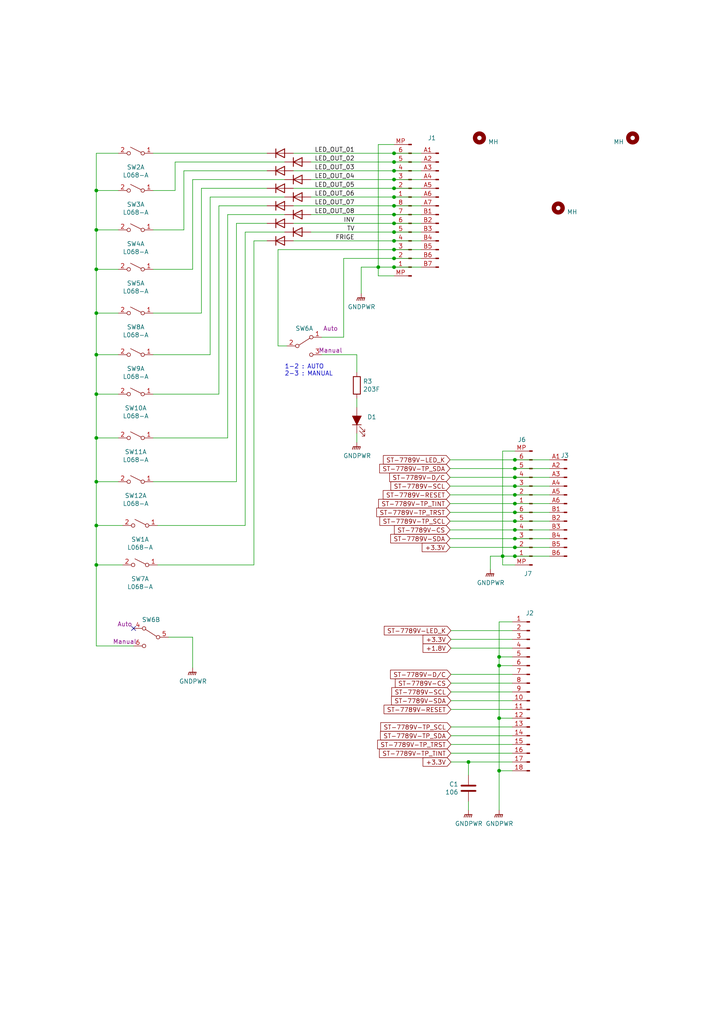
<source format=kicad_sch>
(kicad_sch (version 20231120) (generator "eeschema") (generator_version "8.0")
  (paper "A4" portrait)
  (title_block (title "CamTrol V3.6") (date "2021-12-15"))
  (lib_symbols
    (symbol "Conn_01x06_Pin_1" (pin_names (offset 1.016) hide)
      (property "Reference" "J7" (at 1.27 -12.7 0))
      (symbol "Conn_01x06_Pin_1_1_1"
        (rectangle (start 0 -10.033) (end 0.8636 -10.287) (stroke (width 0.1524)) (fill (type outline)))
        (rectangle (start 0 -7.493) (end 0.8636 -7.747) (stroke (width 0.1524)) (fill (type outline)))
        (polyline (pts (xy 1.27 -10.16) (xy 0.8636 -10.16)) (stroke (width 0.1524)))
        (polyline (pts (xy 1.27 -7.62) (xy 0.8636 -7.62)) (stroke (width 0.1524)))
        (polyline (pts (xy 1.27 -5.08) (xy 0.8636 -5.08)) (stroke (width 0.1524)))
        (polyline (pts (xy 1.27 -2.54) (xy 0.8636 -2.54)) (stroke (width 0.1524)))
        (polyline (pts (xy 1.27 0) (xy 0.8636 0)) (stroke (width 0.1524)))
        (polyline (pts (xy 1.27 2.54) (xy 0.8636 2.54)) (stroke (width 0.1524)))
        (polyline (pts (xy 1.27 5.08) (xy 0.8636 5.08)) (stroke (width 0.1524)))
        (rectangle (start 0.8636 -4.953) (end 0 -5.207) (stroke (width 0.1524)) (fill (type outline)))
        (rectangle (start 0.8636 -2.413) (end 0 -2.667) (stroke (width 0.1524)) (fill (type outline)))
        (rectangle (start 0.8636 0.127) (end 0 -0.127) (stroke (width 0.1524)) (fill (type outline)))
        (rectangle (start 0.8636 2.667) (end 0 2.413) (stroke (width 0.1524)) (fill (type outline)))
        (rectangle (start 0.8636 5.207) (end 0 4.953) (stroke (width 0.1524)) (fill (type outline)))
        (pin passive line (at 5.08 -7.62 180) (length 3.81) (name "Pin_6") (number "1"))
        (pin passive line (at 5.08 -5.08 180) (length 3.81) (name "Pin_5") (number "2"))
        (pin passive line (at 5.08 -2.54 180) (length 3.81) (name "Pin_4") (number "3"))
        (pin passive line (at 5.08 0 180) (length 3.81) (name "Pin_3") (number "4"))
        (pin passive line (at 5.08 2.54 180) (length 3.81) (name "Pin_2") (number "5"))
        (pin passive line (at 5.08 5.08 180) (length 3.81) (name "Pin_1") (number "6"))
        (pin passive line (at 5.08 -10.16 180) (length 3.81) (name "Pin_7") (number "MP"))
      )
    )
    (symbol "Conn_01x06_Pin_2" (pin_names (offset 1.016) hide)
      (symbol "Conn_01x06_Pin_2_1_1"
        (rectangle (start 0 -10.033) (end 0.8636 -10.287) (stroke (width 0.1524)) (fill (type outline)))
        (rectangle (start 0 -7.493) (end 0.8636 -7.747) (stroke (width 0.1524)) (fill (type outline)))
        (polyline (pts (xy 1.27 -10.16) (xy 0.8636 -10.16)) (stroke (width 0.1524)))
        (polyline (pts (xy 1.27 -7.62) (xy 0.8636 -7.62)) (stroke (width 0.1524)))
        (polyline (pts (xy 1.27 -5.08) (xy 0.8636 -5.08)) (stroke (width 0.1524)))
        (polyline (pts (xy 1.27 -2.54) (xy 0.8636 -2.54)) (stroke (width 0.1524)))
        (polyline (pts (xy 1.27 0) (xy 0.8636 0)) (stroke (width 0.1524)))
        (polyline (pts (xy 1.27 2.54) (xy 0.8636 2.54)) (stroke (width 0.1524)))
        (polyline (pts (xy 1.27 5.08) (xy 0.8636 5.08)) (stroke (width 0.1524)))
        (rectangle (start 0.8636 -4.953) (end 0 -5.207) (stroke (width 0.1524)) (fill (type outline)))
        (rectangle (start 0.8636 -2.413) (end 0 -2.667) (stroke (width 0.1524)) (fill (type outline)))
        (rectangle (start 0.8636 0.127) (end 0 -0.127) (stroke (width 0.1524)) (fill (type outline)))
        (rectangle (start 0.8636 2.667) (end 0 2.413) (stroke (width 0.1524)) (fill (type outline)))
        (rectangle (start 0.8636 5.207) (end 0 4.953) (stroke (width 0.1524)) (fill (type outline)))
        (pin passive line (at 5.08 -10.16 180) (length 3.81) (name "Pin_7") (number "1"))
        (pin passive line (at 5.08 -7.62 180) (length 3.81) (name "Pin_6") (number "2"))
        (pin passive line (at 5.08 -5.08 180) (length 3.81) (name "Pin_5") (number "3"))
        (pin passive line (at 5.08 -2.54 180) (length 3.81) (name "Pin_4") (number "4"))
        (pin passive line (at 5.08 0 180) (length 3.81) (name "Pin_3") (number "5"))
        (pin passive line (at 5.08 2.54 180) (length 3.81) (name "Pin_2") (number "6"))
        (pin passive line (at 5.08 5.08 180) (length 3.81) (name "Pin_1") (number "MP"))
      )
    )
    (symbol "Conn_01x06_Pin_3" (pin_names (offset 1.016) hide)
      (property "Reference" "J6" (at 3.048 8.382 0))
      (symbol "Conn_01x06_Pin_3_1_1"
        (rectangle (start 0 -10.033) (end 0.8636 -10.287) (stroke (width 0.1524)) (fill (type outline)))
        (rectangle (start 0 -7.493) (end 0.8636 -7.747) (stroke (width 0.1524)) (fill (type outline)))
        (polyline (pts (xy 1.27 -10.16) (xy 0.8636 -10.16)) (stroke (width 0.1524)))
        (polyline (pts (xy 1.27 -7.62) (xy 0.8636 -7.62)) (stroke (width 0.1524)))
        (polyline (pts (xy 1.27 -5.08) (xy 0.8636 -5.08)) (stroke (width 0.1524)))
        (polyline (pts (xy 1.27 -2.54) (xy 0.8636 -2.54)) (stroke (width 0.1524)))
        (polyline (pts (xy 1.27 0) (xy 0.8636 0)) (stroke (width 0.1524)))
        (polyline (pts (xy 1.27 2.54) (xy 0.8636 2.54)) (stroke (width 0.1524)))
        (polyline (pts (xy 1.27 5.08) (xy 0.8636 5.08)) (stroke (width 0.1524)))
        (rectangle (start 0.8636 -4.953) (end 0 -5.207) (stroke (width 0.1524)) (fill (type outline)))
        (rectangle (start 0.8636 -2.413) (end 0 -2.667) (stroke (width 0.1524)) (fill (type outline)))
        (rectangle (start 0.8636 0.127) (end 0 -0.127) (stroke (width 0.1524)) (fill (type outline)))
        (rectangle (start 0.8636 2.667) (end 0 2.413) (stroke (width 0.1524)) (fill (type outline)))
        (rectangle (start 0.8636 5.207) (end 0 4.953) (stroke (width 0.1524)) (fill (type outline)))
        (pin passive line (at 5.08 -10.16 180) (length 3.81) (name "Pin_7") (number "1"))
        (pin passive line (at 5.08 -7.62 180) (length 3.81) (name "Pin_6") (number "2"))
        (pin passive line (at 5.08 -5.08 180) (length 3.81) (name "Pin_5") (number "3"))
        (pin passive line (at 5.08 -2.54 180) (length 3.81) (name "Pin_4") (number "4"))
        (pin passive line (at 5.08 0 180) (length 3.81) (name "Pin_3") (number "5"))
        (pin passive line (at 5.08 2.54 180) (length 3.81) (name "Pin_2") (number "6"))
        (pin passive line (at 5.08 5.08 180) (length 3.81) (name "Pin_1") (number "MP"))
      )
    )
    (symbol "Conn_01x12_Male_1" (pin_names (offset 1.016) hide)
      (property "Reference" "J?" (at 0.635 13.9677 0))
      (symbol "Conn_01x12_Male_1_1_1"
        (polyline (pts (xy 1.27 -15.24) (xy 0.8636 -15.24)) (stroke (width 0.1524)))
        (polyline (pts (xy 1.27 -12.7) (xy 0.8636 -12.7)) (stroke (width 0.1524)))
        (polyline (pts (xy 1.27 -10.16) (xy 0.8636 -10.16)) (stroke (width 0.1524)))
        (polyline (pts (xy 1.27 -7.62) (xy 0.8636 -7.62)) (stroke (width 0.1524)))
        (polyline (pts (xy 1.27 -5.08) (xy 0.8636 -5.08)) (stroke (width 0.1524)))
        (polyline (pts (xy 1.27 -2.54) (xy 0.8636 -2.54)) (stroke (width 0.1524)))
        (polyline (pts (xy 1.27 0) (xy 0.8636 0)) (stroke (width 0.1524)))
        (polyline (pts (xy 1.27 2.54) (xy 0.8636 2.54)) (stroke (width 0.1524)))
        (polyline (pts (xy 1.27 5.08) (xy 0.8636 5.08)) (stroke (width 0.1524)))
        (polyline (pts (xy 1.27 7.62) (xy 0.8636 7.62)) (stroke (width 0.1524)))
        (polyline (pts (xy 1.27 10.16) (xy 0.8636 10.16)) (stroke (width 0.1524)))
        (polyline (pts (xy 1.27 12.7) (xy 0.8636 12.7)) (stroke (width 0.1524)))
        (rectangle (start 0.8636 -15.113) (end 0 -15.367) (stroke (width 0.1524)) (fill (type outline)))
        (rectangle (start 0.8636 -12.573) (end 0 -12.827) (stroke (width 0.1524)) (fill (type outline)))
        (rectangle (start 0.8636 -10.033) (end 0 -10.287) (stroke (width 0.1524)) (fill (type outline)))
        (rectangle (start 0.8636 -7.493) (end 0 -7.747) (stroke (width 0.1524)) (fill (type outline)))
        (rectangle (start 0.8636 -4.953) (end 0 -5.207) (stroke (width 0.1524)) (fill (type outline)))
        (rectangle (start 0.8636 -2.413) (end 0 -2.667) (stroke (width 0.1524)) (fill (type outline)))
        (rectangle (start 0.8636 0.127) (end 0 -0.127) (stroke (width 0.1524)) (fill (type outline)))
        (rectangle (start 0.8636 2.667) (end 0 2.413) (stroke (width 0.1524)) (fill (type outline)))
        (rectangle (start 0.8636 5.207) (end 0 4.953) (stroke (width 0.1524)) (fill (type outline)))
        (rectangle (start 0.8636 7.747) (end 0 7.493) (stroke (width 0.1524)) (fill (type outline)))
        (rectangle (start 0.8636 10.287) (end 0 10.033) (stroke (width 0.1524)) (fill (type outline)))
        (rectangle (start 0.8636 12.827) (end 0 12.573) (stroke (width 0.1524)) (fill (type outline)))
        (pin passive line (at 5.08 12.7 180) (length 3.81) (name "Pin_1") (number "A1"))
        (pin passive line (at 5.08 10.16 180) (length 3.81) (name "Pin_2") (number "A2"))
        (pin passive line (at 5.08 7.62 180) (length 3.81) (name "Pin_3") (number "A3"))
        (pin passive line (at 5.08 5.08 180) (length 3.81) (name "Pin_4") (number "A4"))
        (pin passive line (at 5.08 2.54 180) (length 3.81) (name "Pin_5") (number "A5"))
        (pin passive line (at 5.08 0 180) (length 3.81) (name "Pin_6") (number "A6"))
        (pin passive line (at 5.08 -2.54 180) (length 3.81) (name "Pin_7") (number "B1"))
        (pin passive line (at 5.08 -5.08 180) (length 3.81) (name "Pin_8") (number "B2"))
        (pin passive line (at 5.08 -7.62 180) (length 3.81) (name "Pin_9") (number "B3"))
        (pin passive line (at 5.08 -10.16 180) (length 3.81) (name "Pin_10") (number "B4"))
        (pin passive line (at 5.08 -12.7 180) (length 3.81) (name "Pin_11") (number "B5"))
        (pin passive line (at 5.08 -15.24 180) (length 3.81) (name "Pin_12") (number "B6"))
      )
    )
    (symbol "Connector:Conn_01x09_Pin" (pin_names (offset 1.016) hide)
      (symbol "Conn_01x09_Pin_1_1"
        (polyline (pts (xy 1.27 -10.16) (xy 0.8636 -10.16)) (stroke (width 0.1524)))
        (polyline (pts (xy 1.27 -7.62) (xy 0.8636 -7.62)) (stroke (width 0.1524)))
        (polyline (pts (xy 1.27 -5.08) (xy 0.8636 -5.08)) (stroke (width 0.1524)))
        (polyline (pts (xy 1.27 -2.54) (xy 0.8636 -2.54)) (stroke (width 0.1524)))
        (polyline (pts (xy 1.27 0) (xy 0.8636 0)) (stroke (width 0.1524)))
        (polyline (pts (xy 1.27 2.54) (xy 0.8636 2.54)) (stroke (width 0.1524)))
        (polyline (pts (xy 1.27 5.08) (xy 0.8636 5.08)) (stroke (width 0.1524)))
        (polyline (pts (xy 1.27 7.62) (xy 0.8636 7.62)) (stroke (width 0.1524)))
        (polyline (pts (xy 1.27 10.16) (xy 0.8636 10.16)) (stroke (width 0.1524)))
        (rectangle (start 0.8636 -10.033) (end 0 -10.287) (stroke (width 0.1524)) (fill (type outline)))
        (rectangle (start 0.8636 -7.493) (end 0 -7.747) (stroke (width 0.1524)) (fill (type outline)))
        (rectangle (start 0.8636 -4.953) (end 0 -5.207) (stroke (width 0.1524)) (fill (type outline)))
        (rectangle (start 0.8636 -2.413) (end 0 -2.667) (stroke (width 0.1524)) (fill (type outline)))
        (rectangle (start 0.8636 0.127) (end 0 -0.127) (stroke (width 0.1524)) (fill (type outline)))
        (rectangle (start 0.8636 2.667) (end 0 2.413) (stroke (width 0.1524)) (fill (type outline)))
        (rectangle (start 0.8636 5.207) (end 0 4.953) (stroke (width 0.1524)) (fill (type outline)))
        (rectangle (start 0.8636 7.747) (end 0 7.493) (stroke (width 0.1524)) (fill (type outline)))
        (rectangle (start 0.8636 10.287) (end 0 10.033) (stroke (width 0.1524)) (fill (type outline)))
        (pin passive line (at 5.08 -7.62 180) (length 3.81) (name "Pin_8") (number "1"))
        (pin passive line (at 5.08 -5.08 180) (length 3.81) (name "Pin_7") (number "2"))
        (pin passive line (at 5.08 -2.54 180) (length 3.81) (name "Pin_6") (number "3"))
        (pin passive line (at 5.08 0 180) (length 3.81) (name "Pin_5") (number "4"))
        (pin passive line (at 5.08 2.54 180) (length 3.81) (name "Pin_4") (number "5"))
        (pin passive line (at 5.08 5.08 180) (length 3.81) (name "Pin_3") (number "6"))
        (pin passive line (at 5.08 7.62 180) (length 3.81) (name "Pin_2") (number "7"))
        (pin passive line (at 5.08 10.16 180) (length 3.81) (name "Pin_1") (number "8"))
        (pin passive line (at 5.08 -10.16 180) (length 3.81) (name "Pin_9") (number "MP"))
      )
    )
    (symbol "Connector:Conn_01x18_Pin" (pin_names (offset 1.016) hide)
      (property "Reference" "J" (at 0 22.86 0))
      (property "Value" "Conn_01x18_Pin" (at 0 -25.4 0))
      (symbol "Conn_01x18_Pin_1_1"
        (polyline (pts (xy 1.27 -22.86) (xy 0.8636 -22.86)) (stroke (width 0.1524)))
        (polyline (pts (xy 1.27 -20.32) (xy 0.8636 -20.32)) (stroke (width 0.1524)))
        (polyline (pts (xy 1.27 -17.78) (xy 0.8636 -17.78)) (stroke (width 0.1524)))
        (polyline (pts (xy 1.27 -15.24) (xy 0.8636 -15.24)) (stroke (width 0.1524)))
        (polyline (pts (xy 1.27 -12.7) (xy 0.8636 -12.7)) (stroke (width 0.1524)))
        (polyline (pts (xy 1.27 -10.16) (xy 0.8636 -10.16)) (stroke (width 0.1524)))
        (polyline (pts (xy 1.27 -7.62) (xy 0.8636 -7.62)) (stroke (width 0.1524)))
        (polyline (pts (xy 1.27 -5.08) (xy 0.8636 -5.08)) (stroke (width 0.1524)))
        (polyline (pts (xy 1.27 -2.54) (xy 0.8636 -2.54)) (stroke (width 0.1524)))
        (polyline (pts (xy 1.27 0) (xy 0.8636 0)) (stroke (width 0.1524)))
        (polyline (pts (xy 1.27 2.54) (xy 0.8636 2.54)) (stroke (width 0.1524)))
        (polyline (pts (xy 1.27 5.08) (xy 0.8636 5.08)) (stroke (width 0.1524)))
        (polyline (pts (xy 1.27 7.62) (xy 0.8636 7.62)) (stroke (width 0.1524)))
        (polyline (pts (xy 1.27 10.16) (xy 0.8636 10.16)) (stroke (width 0.1524)))
        (polyline (pts (xy 1.27 12.7) (xy 0.8636 12.7)) (stroke (width 0.1524)))
        (polyline (pts (xy 1.27 15.24) (xy 0.8636 15.24)) (stroke (width 0.1524)))
        (polyline (pts (xy 1.27 17.78) (xy 0.8636 17.78)) (stroke (width 0.1524)))
        (polyline (pts (xy 1.27 20.32) (xy 0.8636 20.32)) (stroke (width 0.1524)))
        (rectangle (start 0.8636 -22.733) (end 0 -22.987) (stroke (width 0.1524)) (fill (type outline)))
        (rectangle (start 0.8636 -20.193) (end 0 -20.447) (stroke (width 0.1524)) (fill (type outline)))
        (rectangle (start 0.8636 -17.653) (end 0 -17.907) (stroke (width 0.1524)) (fill (type outline)))
        (rectangle (start 0.8636 -15.113) (end 0 -15.367) (stroke (width 0.1524)) (fill (type outline)))
        (rectangle (start 0.8636 -12.573) (end 0 -12.827) (stroke (width 0.1524)) (fill (type outline)))
        (rectangle (start 0.8636 -10.033) (end 0 -10.287) (stroke (width 0.1524)) (fill (type outline)))
        (rectangle (start 0.8636 -7.493) (end 0 -7.747) (stroke (width 0.1524)) (fill (type outline)))
        (rectangle (start 0.8636 -4.953) (end 0 -5.207) (stroke (width 0.1524)) (fill (type outline)))
        (rectangle (start 0.8636 -2.413) (end 0 -2.667) (stroke (width 0.1524)) (fill (type outline)))
        (rectangle (start 0.8636 0.127) (end 0 -0.127) (stroke (width 0.1524)) (fill (type outline)))
        (rectangle (start 0.8636 2.667) (end 0 2.413) (stroke (width 0.1524)) (fill (type outline)))
        (rectangle (start 0.8636 5.207) (end 0 4.953) (stroke (width 0.1524)) (fill (type outline)))
        (rectangle (start 0.8636 7.747) (end 0 7.493) (stroke (width 0.1524)) (fill (type outline)))
        (rectangle (start 0.8636 10.287) (end 0 10.033) (stroke (width 0.1524)) (fill (type outline)))
        (rectangle (start 0.8636 12.827) (end 0 12.573) (stroke (width 0.1524)) (fill (type outline)))
        (rectangle (start 0.8636 15.367) (end 0 15.113) (stroke (width 0.1524)) (fill (type outline)))
        (rectangle (start 0.8636 17.907) (end 0 17.653) (stroke (width 0.1524)) (fill (type outline)))
        (rectangle (start 0.8636 20.447) (end 0 20.193) (stroke (width 0.1524)) (fill (type outline)))
        (pin passive line (at 5.08 20.32 180) (length 3.81) (name "Pin_1") (number "1"))
        (pin passive line (at 5.08 -2.54 180) (length 3.81) (name "Pin_10") (number "10"))
        (pin passive line (at 5.08 -5.08 180) (length 3.81) (name "Pin_11") (number "11"))
        (pin passive line (at 5.08 -7.62 180) (length 3.81) (name "Pin_12") (number "12"))
        (pin passive line (at 5.08 -10.16 180) (length 3.81) (name "Pin_13") (number "13"))
        (pin passive line (at 5.08 -12.7 180) (length 3.81) (name "Pin_14") (number "14"))
        (pin passive line (at 5.08 -15.24 180) (length 3.81) (name "Pin_15") (number "15"))
        (pin passive line (at 5.08 -17.78 180) (length 3.81) (name "Pin_16") (number "16"))
        (pin passive line (at 5.08 -20.32 180) (length 3.81) (name "Pin_17") (number "17"))
        (pin passive line (at 5.08 -22.86 180) (length 3.81) (name "Pin_18") (number "18"))
        (pin passive line (at 5.08 17.78 180) (length 3.81) (name "Pin_2") (number "2"))
        (pin passive line (at 5.08 15.24 180) (length 3.81) (name "Pin_3") (number "3"))
        (pin passive line (at 5.08 12.7 180) (length 3.81) (name "Pin_4") (number "4"))
        (pin passive line (at 5.08 10.16 180) (length 3.81) (name "Pin_5") (number "5"))
        (pin passive line (at 5.08 7.62 180) (length 3.81) (name "Pin_6") (number "6"))
        (pin passive line (at 5.08 5.08 180) (length 3.81) (name "Pin_7") (number "7"))
        (pin passive line (at 5.08 2.54 180) (length 3.81) (name "Pin_8") (number "8"))
        (pin passive line (at 5.08 0 180) (length 3.81) (name "Pin_9") (number "9"))
      )
    )
    (symbol "Mechanical:MountingHole" (pin_names (offset 1.016))
      (property "Reference" "H" (at 0 5.08 0))
      (property "Value" "MountingHole" (at 0 3.175 0))
      (symbol "MountingHole_0_1"
        (circle (center 0 0) (radius 1.27) (stroke (width 1.27)))
      )
    )
    (symbol "Server_Used:C" (pin_numbers hide) (pin_names (offset 0.254))
      (property "Reference" "C" (at 1.27 2.54 0))
      (property "Value" "Server_Used_C" (at 1.27 -2.54 0))
      (symbol "C_0_1"
        (polyline (pts (xy -2.032 -0.762) (xy 2.032 -0.762)) (stroke (width 0.508)))
        (polyline (pts (xy -2.032 0.762) (xy 2.032 0.762)) (stroke (width 0.508)))
      )
      (symbol "C_1_1"
        (pin passive line (at 0 3.81 270) (length 2.794) (name "~") (number "1"))
        (pin passive line (at 0 -3.81 90) (length 2.794) (name "~") (number "2"))
      )
    )
    (symbol "Server_Used:Conn_01x14_Male" (pin_names (offset 1.016) hide)
      (property "Reference" "J1" (at -6.35 -1.27 0))
      (symbol "Conn_01x14_Male_1_1"
        (polyline (pts (xy 1.27 -20.32) (xy 0.8636 -20.32)) (stroke (width 0.1524)))
        (polyline (pts (xy 1.27 -17.78) (xy 0.8636 -17.78)) (stroke (width 0.1524)))
        (polyline (pts (xy 1.27 -15.24) (xy 0.8636 -15.24)) (stroke (width 0.1524)))
        (polyline (pts (xy 1.27 -12.7) (xy 0.8636 -12.7)) (stroke (width 0.1524)))
        (polyline (pts (xy 1.27 -10.16) (xy 0.8636 -10.16)) (stroke (width 0.1524)))
        (polyline (pts (xy 1.27 -7.62) (xy 0.8636 -7.62)) (stroke (width 0.1524)))
        (polyline (pts (xy 1.27 -5.08) (xy 0.8636 -5.08)) (stroke (width 0.1524)))
        (polyline (pts (xy 1.27 -2.54) (xy 0.8636 -2.54)) (stroke (width 0.1524)))
        (polyline (pts (xy 1.27 0) (xy 0.8636 0)) (stroke (width 0.1524)))
        (polyline (pts (xy 1.27 2.54) (xy 0.8636 2.54)) (stroke (width 0.1524)))
        (polyline (pts (xy 1.27 5.08) (xy 0.8636 5.08)) (stroke (width 0.1524)))
        (polyline (pts (xy 1.27 7.62) (xy 0.8636 7.62)) (stroke (width 0.1524)))
        (polyline (pts (xy 1.27 10.16) (xy 0.8636 10.16)) (stroke (width 0.1524)))
        (polyline (pts (xy 1.27 12.7) (xy 0.8636 12.7)) (stroke (width 0.1524)))
        (rectangle (start 0 5.207) (end 0.8636 4.953) (stroke (width 0.1524)) (fill (type outline)))
        (rectangle (start 0.8636 -20.193) (end 0 -20.447) (stroke (width 0.1524)) (fill (type outline)))
        (rectangle (start 0.8636 -17.653) (end 0 -17.907) (stroke (width 0.1524)) (fill (type outline)))
        (rectangle (start 0.8636 -15.113) (end 0 -15.367) (stroke (width 0.1524)) (fill (type outline)))
        (rectangle (start 0.8636 -12.573) (end 0 -12.827) (stroke (width 0.1524)) (fill (type outline)))
        (rectangle (start 0.8636 -10.033) (end 0 -10.287) (stroke (width 0.1524)) (fill (type outline)))
        (rectangle (start 0.8636 -7.493) (end 0 -7.747) (stroke (width 0.1524)) (fill (type outline)))
        (rectangle (start 0.8636 -4.953) (end 0 -5.207) (stroke (width 0.1524)) (fill (type outline)))
        (rectangle (start 0.8636 -2.413) (end 0 -2.667) (stroke (width 0.1524)) (fill (type outline)))
        (rectangle (start 0.8636 0.127) (end 0 -0.127) (stroke (width 0.1524)) (fill (type outline)))
        (rectangle (start 0.8636 2.667) (end 0 2.413) (stroke (width 0.1524)) (fill (type outline)))
        (rectangle (start 0.8636 7.747) (end 0 7.493) (stroke (width 0.1524)) (fill (type outline)))
        (rectangle (start 0.8636 10.287) (end 0 10.033) (stroke (width 0.1524)) (fill (type outline)))
        (rectangle (start 0.8636 12.827) (end 0 12.573) (stroke (width 0.1524)) (fill (type outline)))
        (pin passive line (at 5.08 12.7 180) (length 3.81) (name "Pin_1") (number "A1"))
        (pin passive line (at 5.08 10.16 180) (length 3.81) (name "Pin_3") (number "A2"))
        (pin passive line (at 5.08 7.62 180) (length 3.81) (name "Pin_5") (number "A3"))
        (pin passive line (at 5.08 5.08 180) (length 3.81) (name "Pin_7") (number "A4"))
        (pin passive line (at 5.08 2.54 180) (length 3.81) (name "Pin_9") (number "A5"))
        (pin passive line (at 5.08 0 180) (length 3.81) (name "Pin_11") (number "A6"))
        (pin passive line (at 5.08 -2.54 180) (length 3.81) (name "Pin_13") (number "A7"))
        (pin passive line (at 5.08 -5.08 180) (length 3.81) (name "Pin_2") (number "B1"))
        (pin passive line (at 5.08 -7.62 180) (length 3.81) (name "Pin_4") (number "B2"))
        (pin passive line (at 5.08 -10.16 180) (length 3.81) (name "Pin_6") (number "B3"))
        (pin passive line (at 5.08 -12.7 180) (length 3.81) (name "Pin_8") (number "B4"))
        (pin passive line (at 5.08 -15.24 180) (length 3.81) (name "Pin_10") (number "B5"))
        (pin passive line (at 5.08 -17.78 180) (length 3.81) (name "Pin_12") (number "B6"))
        (pin passive line (at 5.08 -20.32 180) (length 3.81) (name "Pin_14") (number "B7"))
      )
    )
    (symbol "Server_Used:LED" (pin_numbers hide) (pin_names (offset 1.016) hide)
      (property "Reference" "D" (at 0 2.54 0))
      (property "Value" "LED" (at 0 -2.54 0))
      (symbol "LED_0_1"
        (polyline (pts (xy -1.27 -1.27) (xy -1.27 1.27)) (stroke (width 0.2032)))
        (polyline (pts (xy -1.27 0) (xy 1.27 0)))
        (polyline (pts (xy 1.27 -1.27) (xy 1.27 1.27) (xy -1.27 0) (xy 1.27 -1.27)) (stroke (width 0.2032)) (fill (type outline)))
        (polyline (pts (xy -3.048 -0.762) (xy -4.572 -2.286) (xy -3.81 -2.286) (xy -4.572 -2.286) (xy -4.572 -1.524)))
        (polyline (pts (xy -1.778 -0.762) (xy -3.302 -2.286) (xy -2.54 -2.286) (xy -3.302 -2.286) (xy -3.302 -1.524)))
      )
      (symbol "LED_1_1"
        (pin passive line (at -3.81 0 0) (length 2.54) (name "K") (number "1"))
        (pin passive line (at 3.81 0 180) (length 2.54) (name "A") (number "2"))
      )
    )
    (symbol "Server_Used:R" (pin_numbers hide) (pin_names (offset 0))
      (property "Reference" "R11" (at 3.81 -3.81 0))
      (property "Value" "R" (at 0 -3.81 90))
      (symbol "R_0_1"
        (rectangle (start -1.016 -6.35) (end 1.016 -1.27) (stroke (width 0.254)))
      )
      (symbol "R_1_1"
        (pin passive line (at 0 0 270) (length 1.27) (name "~") (number "1"))
        (pin passive line (at 0 -7.62 90) (length 1.27) (name "~") (number "2"))
      )
    )
    (symbol "Simulation_SPICE:DIODE" (pin_numbers hide) (pin_names (offset 1.016) hide)
      (property "Reference" "D" (at 0 2.54 0))
      (property "Value" "DIODE" (at 0 -2.54 0))
      (symbol "DIODE_0_1"
        (polyline (pts (xy 1.27 0) (xy -1.27 0)))
        (polyline (pts (xy 1.27 1.27) (xy 1.27 -1.27)) (stroke (width 0.254)))
        (polyline (pts (xy -1.27 -1.27) (xy -1.27 1.27) (xy 1.27 0) (xy -1.27 -1.27)) (stroke (width 0.254)))
      )
      (symbol "DIODE_1_1"
        (pin passive line (at -3.81 0 0) (length 2.54) (name "A") (number "1"))
        (pin passive line (at 3.81 0 180) (length 2.54) (name "K") (number "2"))
      )
    )
    (symbol "Switch:SW_DPDT_x2" (pin_names (offset 0) hide)
      (property "Reference" "SW" (at 0 4.318 0))
      (property "Value" "SW_DPDT_x2" (at 0 -5.08 0))
      (symbol "SW_DPDT_x2_0_0"
        (circle (center -2.032 0) (radius 0.508))
        (circle (center 2.032 -2.54) (radius 0.508))
      )
      (symbol "SW_DPDT_x2_0_1"
        (polyline (pts (xy -1.524 0.254) (xy 1.651 2.286)))
        (circle (center 2.032 2.54) (radius 0.508))
      )
      (symbol "SW_DPDT_x2_1_1"
        (pin passive line (at 5.08 2.54 180) (length 2.54) (name "A") (number "1"))
        (pin passive line (at -5.08 0 0) (length 2.54) (name "B") (number "2"))
        (pin passive line (at 5.08 -2.54 180) (length 2.54) (name "C") (number "3"))
      )
      (symbol "SW_DPDT_x2_2_1"
        (pin passive line (at 5.08 2.54 180) (length 2.54) (name "A") (number "4"))
        (pin passive line (at -5.08 0 0) (length 2.54) (name "B") (number "5"))
        (pin passive line (at 5.08 -2.54 180) (length 2.54) (name "C") (number "6"))
      )
    )
    (symbol "Switch:SW_DPST_x2" (pin_names (offset 0) hide)
      (property "Reference" "SW" (at 0 3.175 0))
      (property "Value" "SW_DPST_x2" (at 0 -2.54 0))
      (symbol "SW_DPST_x2_0_0"
        (circle (center -2.032 0) (radius 0.508))
        (polyline (pts (xy -1.524 0.254) (xy 1.524 1.778)))
        (circle (center 2.032 0) (radius 0.508))
      )
      (symbol "SW_DPST_x2_1_1"
        (pin passive line (at -5.08 0 0) (length 2.54) (name "A") (number "1"))
        (pin passive line (at 5.08 0 180) (length 2.54) (name "B") (number "2"))
      )
      (symbol "SW_DPST_x2_2_1"
        (pin passive line (at -5.08 0 0) (length 2.54) (name "A") (number "3"))
        (pin passive line (at 5.08 0 180) (length 2.54) (name "B") (number "4"))
      )
    )
    (symbol "power:GNDPWR" (power) (pin_names (offset 0))
      (property "Value" "GNDPWR" (at 0 -3.302 0))
      (symbol "GNDPWR_0_1"
        (polyline (pts (xy 0 -1.27) (xy 0 0)))
        (polyline (pts (xy -1.016 -1.27) (xy -1.27 -2.032) (xy -1.27 -2.032)) (stroke (width 0.2032)))
        (polyline (pts (xy -0.508 -1.27) (xy -0.762 -2.032) (xy -0.762 -2.032)) (stroke (width 0.2032)))
        (polyline (pts (xy 0 -1.27) (xy -0.254 -2.032) (xy -0.254 -2.032)) (stroke (width 0.2032)))
        (polyline (pts (xy 0.508 -1.27) (xy 0.254 -2.032) (xy 0.254 -2.032)) (stroke (width 0.2032)))
        (polyline (pts (xy 1.016 -1.27) (xy -1.016 -1.27) (xy -1.016 -1.27)) (stroke (width 0.2032)))
        (polyline (pts (xy 1.016 -1.27) (xy 0.762 -2.032) (xy 0.762 -2.032) (xy 0.762 -2.032)) (stroke (width 0.2032)))
      )
      (symbol "GNDPWR_1_1"
        (pin power_in line (at 0 0 270) (length 0) hide (name "GNDPWR") (number "1"))
      )
    )
  )
  (junction (at 149.352 153.67))
  (junction (at 144.78 193.04))
  (junction (at 149.352 148.59))
  (junction (at 27.94 102.87))
  (junction (at 149.352 146.05))
  (junction (at 27.94 78.105))
  (junction (at 149.352 161.29))
  (junction (at 149.352 151.13))
  (junction (at 114.3 57.15))
  (junction (at 114.3 49.53))
  (junction (at 27.94 163.83))
  (junction (at 145.796 161.29))
  (junction (at 114.3 62.23))
  (junction (at 114.3 77.47))
  (junction (at 144.78 190.5))
  (junction (at 149.352 133.35))
  (junction (at 114.3 59.69))
  (junction (at 114.3 72.39))
  (junction (at 114.3 44.45))
  (junction (at 114.3 52.07))
  (junction (at 27.94 55.245))
  (junction (at 135.89 220.98))
  (junction (at 114.3 46.99))
  (junction (at 149.352 138.43))
  (junction (at 114.3 67.31))
  (junction (at 144.78 223.52))
  (junction (at 27.94 114.3))
  (junction (at 149.352 140.97))
  (junction (at 144.78 208.28))
  (junction (at 27.94 66.675))
  (junction (at 27.94 90.805))
  (junction (at 149.352 135.89))
  (junction (at 114.3 54.61))
  (junction (at 114.3 74.93))
  (junction (at 114.3 69.85))
  (junction (at 149.352 143.51))
  (junction (at 27.94 152.4))
  (junction (at 114.3 64.77))
  (junction (at 27.94 127))
  (junction (at 109.728 77.47))
  (junction (at 27.94 139.7))
  (junction (at 149.352 158.75))
  (junction (at 149.352 156.21))
  (no_connect (at 38.735 182.245))
  (wire (pts (xy 90.17 57.15) (xy 114.3 57.15)))
  (wire (pts (xy 58.42 54.61) (xy 77.47 54.61)))
  (wire (pts (xy 114.3 49.53) (xy 122.174 49.53)))
  (wire (pts (xy 103.505 128.27) (xy 103.505 125.73)))
  (wire (pts (xy 114.3 80.01) (xy 109.728 80.01)))
  (wire (pts (xy 99.695 74.93) (xy 114.3 74.93)))
  (wire (pts (xy 53.34 49.53) (xy 77.47 49.53)))
  (wire (pts (xy 149.352 135.89) (xy 159.385 135.89)))
  (wire (pts (xy 73.66 69.85) (xy 77.47 69.85)))
  (wire (pts (xy 99.695 97.79) (xy 93.345 97.79)))
  (wire (pts (xy 27.94 55.245) (xy 27.94 66.675)))
  (wire (pts (xy 130.556 158.75) (xy 149.352 158.75)))
  (wire (pts (xy 27.94 66.675) (xy 34.29 66.675)))
  (wire (pts (xy 58.42 54.61) (xy 58.42 90.805)))
  (wire (pts (xy 144.78 223.52) (xy 144.78 208.28)))
  (wire (pts (xy 27.94 66.675) (xy 27.94 78.105)))
  (wire (pts (xy 135.89 234.95) (xy 135.89 232.41)))
  (wire (pts (xy 130.81 182.88) (xy 148.59 182.88)))
  (wire (pts (xy 27.94 187.325) (xy 38.735 187.325)))
  (wire (pts (xy 90.17 52.07) (xy 114.3 52.07)))
  (wire (pts (xy 103.505 102.87) (xy 103.505 107.95)))
  (wire (pts (xy 44.45 127) (xy 66.04 127)))
  (wire (pts (xy 55.88 184.785) (xy 55.88 193.675)))
  (wire (pts (xy 149.352 151.13) (xy 159.385 151.13)))
  (wire (pts (xy 27.94 139.7) (xy 27.94 152.4)))
  (wire (pts (xy 130.556 153.67) (xy 149.352 153.67)))
  (wire (pts (xy 130.556 156.21) (xy 149.352 156.21)))
  (wire (pts (xy 45.72 163.83) (xy 73.66 163.83)))
  (wire (pts (xy 44.45 44.45) (xy 77.47 44.45)))
  (wire (pts (xy 144.78 180.34) (xy 148.59 180.34)))
  (wire (pts (xy 44.45 114.3) (xy 63.5 114.3)))
  (wire (pts (xy 114.3 41.91) (xy 109.728 41.91)))
  (wire (pts (xy 114.3 57.15) (xy 122.174 57.15)))
  (wire (pts (xy 35.56 152.4) (xy 27.94 152.4)))
  (wire (pts (xy 144.78 190.5) (xy 148.59 190.5)))
  (wire (pts (xy 135.89 220.98) (xy 148.59 220.98)))
  (wire (pts (xy 144.78 193.04) (xy 148.59 193.04)))
  (wire (pts (xy 149.352 143.51) (xy 159.385 143.51)))
  (wire (pts (xy 55.88 184.785) (xy 48.895 184.785)))
  (wire (pts (xy 109.728 80.01) (xy 109.728 77.47)))
  (wire (pts (xy 144.78 193.04) (xy 144.78 190.5)))
  (wire (pts (xy 130.81 198.12) (xy 148.59 198.12)))
  (wire (pts (xy 144.78 208.28) (xy 148.59 208.28)))
  (wire (pts (xy 104.775 77.47) (xy 104.775 85.09)))
  (wire (pts (xy 109.728 77.47) (xy 114.3 77.47)))
  (wire (pts (xy 27.94 55.245) (xy 34.29 55.245)))
  (wire (pts (xy 142.24 165.1) (xy 142.24 161.29)))
  (wire (pts (xy 44.45 66.675) (xy 53.34 66.675)))
  (wire (pts (xy 85.09 69.85) (xy 114.3 69.85)))
  (wire (pts (xy 114.3 67.31) (xy 122.174 67.31)))
  (wire (pts (xy 85.09 44.45) (xy 114.3 44.45)))
  (wire (pts (xy 103.505 102.87) (xy 93.345 102.87)))
  (wire (pts (xy 145.796 161.29) (xy 149.352 161.29)))
  (wire (pts (xy 60.96 57.15) (xy 60.96 102.87)))
  (wire (pts (xy 27.94 55.245) (xy 27.94 44.45)))
  (wire (pts (xy 130.81 187.96) (xy 148.59 187.96)))
  (wire (pts (xy 130.556 148.59) (xy 149.352 148.59)))
  (wire (pts (xy 53.34 49.53) (xy 53.34 66.675)))
  (wire (pts (xy 149.352 130.81) (xy 145.796 130.81)))
  (wire (pts (xy 82.55 46.99) (xy 50.8 46.99)))
  (wire (pts (xy 85.09 59.69) (xy 114.3 59.69)))
  (wire (pts (xy 144.78 223.52) (xy 148.59 223.52)))
  (wire (pts (xy 114.3 62.23) (xy 122.174 62.23)))
  (wire (pts (xy 85.09 54.61) (xy 114.3 54.61)))
  (wire (pts (xy 63.5 114.3) (xy 63.5 59.69)))
  (wire (pts (xy 145.796 130.81) (xy 145.796 161.29)))
  (wire (pts (xy 144.78 190.5) (xy 144.78 180.34)))
  (wire (pts (xy 130.81 205.74) (xy 148.59 205.74)))
  (wire (pts (xy 27.94 152.4) (xy 27.94 163.83)))
  (wire (pts (xy 130.81 210.82) (xy 148.59 210.82)))
  (wire (pts (xy 27.94 102.87) (xy 27.94 114.3)))
  (wire (pts (xy 80.645 72.39) (xy 114.3 72.39)))
  (wire (pts (xy 27.94 102.87) (xy 34.29 102.87)))
  (wire (pts (xy 85.09 49.53) (xy 114.3 49.53)))
  (wire (pts (xy 130.81 195.58) (xy 148.59 195.58)))
  (wire (pts (xy 27.94 114.3) (xy 34.29 114.3)))
  (wire (pts (xy 114.3 46.99) (xy 122.174 46.99)))
  (wire (pts (xy 130.81 215.9) (xy 148.59 215.9)))
  (wire (pts (xy 109.728 41.91) (xy 109.728 77.47)))
  (wire (pts (xy 80.645 100.33) (xy 83.185 100.33)))
  (wire (pts (xy 130.556 151.13) (xy 149.352 151.13)))
  (wire (pts (xy 130.81 220.98) (xy 135.89 220.98)))
  (wire (pts (xy 44.45 90.805) (xy 58.42 90.805)))
  (wire (pts (xy 149.352 153.67) (xy 159.385 153.67)))
  (wire (pts (xy 44.45 78.105) (xy 55.88 78.105)))
  (wire (pts (xy 145.796 163.83) (xy 145.796 161.29)))
  (wire (pts (xy 90.17 62.23) (xy 114.3 62.23)))
  (wire (pts (xy 63.5 59.69) (xy 77.47 59.69)))
  (wire (pts (xy 149.352 158.75) (xy 159.385 158.75)))
  (wire (pts (xy 130.81 213.36) (xy 148.59 213.36)))
  (wire (pts (xy 68.58 64.77) (xy 68.58 139.7)))
  (wire (pts (xy 114.3 74.93) (xy 122.174 74.93)))
  (wire (pts (xy 27.94 127) (xy 34.29 127)))
  (wire (pts (xy 144.78 234.95) (xy 144.78 223.52)))
  (wire (pts (xy 44.45 139.7) (xy 68.58 139.7)))
  (wire (pts (xy 99.695 74.93) (xy 99.695 97.79)))
  (wire (pts (xy 149.352 163.83) (xy 145.796 163.83)))
  (wire (pts (xy 27.94 90.805) (xy 34.29 90.805)))
  (wire (pts (xy 27.94 163.83) (xy 27.94 187.325)))
  (wire (pts (xy 114.3 64.77) (xy 122.174 64.77)))
  (wire (pts (xy 90.17 46.99) (xy 114.3 46.99)))
  (wire (pts (xy 71.12 67.31) (xy 82.55 67.31)))
  (wire (pts (xy 44.45 55.245) (xy 50.8 55.245)))
  (wire (pts (xy 135.89 220.98) (xy 135.89 224.79)))
  (wire (pts (xy 130.556 143.51) (xy 149.352 143.51)))
  (wire (pts (xy 44.45 102.87) (xy 60.96 102.87)))
  (wire (pts (xy 73.66 69.85) (xy 73.66 163.83)))
  (wire (pts (xy 114.3 77.47) (xy 122.174 77.47)))
  (wire (pts (xy 114.3 44.45) (xy 122.174 44.45)))
  (wire (pts (xy 130.556 135.89) (xy 149.352 135.89)))
  (wire (pts (xy 149.352 138.43) (xy 159.385 138.43)))
  (wire (pts (xy 60.96 57.15) (xy 82.55 57.15)))
  (wire (pts (xy 27.94 163.83) (xy 35.56 163.83)))
  (wire (pts (xy 149.352 148.59) (xy 159.385 148.59)))
  (wire (pts (xy 130.556 133.35) (xy 149.352 133.35)))
  (wire (pts (xy 114.3 54.61) (xy 122.174 54.61)))
  (wire (pts (xy 27.94 78.105) (xy 27.94 90.805)))
  (wire (pts (xy 130.81 203.2) (xy 148.59 203.2)))
  (wire (pts (xy 27.94 114.3) (xy 27.94 127)))
  (wire (pts (xy 144.78 208.28) (xy 144.78 193.04)))
  (wire (pts (xy 114.3 69.85) (xy 122.174 69.85)))
  (wire (pts (xy 149.352 161.29) (xy 159.385 161.29)))
  (wire (pts (xy 149.352 156.21) (xy 159.385 156.21)))
  (wire (pts (xy 71.12 152.4) (xy 71.12 67.31)))
  (wire (pts (xy 114.3 59.69) (xy 122.174 59.69)))
  (wire (pts (xy 114.3 72.39) (xy 122.174 72.39)))
  (wire (pts (xy 66.04 62.23) (xy 66.04 127)))
  (wire (pts (xy 130.556 138.43) (xy 149.352 138.43)))
  (wire (pts (xy 130.556 146.05) (xy 149.352 146.05)))
  (wire (pts (xy 45.72 152.4) (xy 71.12 152.4)))
  (wire (pts (xy 104.775 77.47) (xy 109.728 77.47)))
  (wire (pts (xy 130.81 218.44) (xy 148.59 218.44)))
  (wire (pts (xy 130.556 140.97) (xy 149.352 140.97)))
  (wire (pts (xy 80.645 100.33) (xy 80.645 72.39)))
  (wire (pts (xy 27.94 44.45) (xy 34.29 44.45)))
  (wire (pts (xy 85.09 64.77) (xy 114.3 64.77)))
  (wire (pts (xy 50.8 46.99) (xy 50.8 55.245)))
  (wire (pts (xy 27.94 90.805) (xy 27.94 102.87)))
  (wire (pts (xy 27.94 127) (xy 27.94 139.7)))
  (wire (pts (xy 130.81 185.42) (xy 148.59 185.42)))
  (wire (pts (xy 149.352 133.35) (xy 159.385 133.35)))
  (wire (pts (xy 149.352 140.97) (xy 159.385 140.97)))
  (wire (pts (xy 130.81 200.66) (xy 148.59 200.66)))
  (wire (pts (xy 66.04 62.23) (xy 82.55 62.23)))
  (wire (pts (xy 114.3 52.07) (xy 122.174 52.07)))
  (wire (pts (xy 149.352 146.05) (xy 159.385 146.05)))
  (wire (pts (xy 82.55 52.07) (xy 55.88 52.07)))
  (wire (pts (xy 142.24 161.29) (xy 145.796 161.29)))
  (wire (pts (xy 77.47 64.77) (xy 68.58 64.77)))
  (wire (pts (xy 103.505 118.11) (xy 103.505 115.57)))
  (wire (pts (xy 27.94 139.7) (xy 34.29 139.7)))
  (wire (pts (xy 27.94 78.105) (xy 34.29 78.105)))
  (wire (pts (xy 55.88 52.07) (xy 55.88 78.105)))
  (wire (pts (xy 90.17 67.31) (xy 114.3 67.31)))
  (text "1-2 : AUTO\n2-3 : MANUAL" (at 82.55 109.22 0) (effects (font (size 1.27 1.27)) (justify left bottom)))
  (label "INV" (at 102.87 64.77 180))
  (label "LED_OUT_07" (at 102.87 59.69 180))
  (label "LED_OUT_05" (at 102.87 54.61 180))
  (label "TV" (at 102.87 67.31 180))
  (label "LED_OUT_08" (at 102.87 62.23 180))
  (label "LED_OUT_02" (at 102.87 46.99 180))
  (label "FRIGE" (at 102.87 69.85 180))
  (label "LED_OUT_03" (at 102.87 49.53 180))
  (label "LED_OUT_04" (at 102.87 52.07 180))
  (label "LED_OUT_06" (at 102.87 57.15 180))
  (label "LED_OUT_01" (at 102.87 44.45 180))
  (global_label "ST-7789V-CS" (shape input) (at 130.81 198.12 180) (property "Intersheetrefs" "${INTERSHEET_REFS}" (effects (hide yes))))
  (global_label "ST-7789V-RESET" (shape input) (at 130.81 205.74 180) (property "Intersheetrefs" "${INTERSHEET_REFS}" (effects (hide yes))))
  (global_label "ST-7789V-TP_TRST" (shape input) (at 130.556 148.59 180) (property "Intersheetrefs" "${INTERSHEET_REFS}" (effects (hide yes))))
  (global_label "+3.3V" (shape input) (at 130.556 158.75 180) (property "Intersheetrefs" "${INTERSHEET_REFS}" (effects (hide yes))))
  (global_label "ST-7789V-SDA" (shape input) (at 130.81 203.2 180) (property "Intersheetrefs" "${INTERSHEET_REFS}" (effects (hide yes))))
  (global_label "ST-7789V-TP_TINT" (shape input) (at 130.556 146.05 180) (property "Intersheetrefs" "${INTERSHEET_REFS}" (effects (hide yes))))
  (global_label "+3.3V" (shape input) (at 130.81 185.42 180) (property "Intersheetrefs" "${INTERSHEET_REFS}" (effects (hide yes))))
  (global_label "ST-7789V-LED_K" (shape input) (at 130.556 133.35 180) (property "Intersheetrefs" "${INTERSHEET_REFS}" (effects (hide yes))))
  (global_label "ST-7789V-SCL" (shape input) (at 130.556 140.97 180) (property "Intersheetrefs" "${INTERSHEET_REFS}" (effects (hide yes))))
  (global_label "ST-7789V-TP_TRST" (shape input) (at 130.81 215.9 180) (property "Intersheetrefs" "${INTERSHEET_REFS}" (effects (hide yes))))
  (global_label "ST-7789V-TP_SCL" (shape input) (at 130.556 151.13 180) (property "Intersheetrefs" "${INTERSHEET_REFS}" (effects (hide yes))))
  (global_label "+1.8V" (shape input) (at 130.81 187.96 180) (property "Intersheetrefs" "${INTERSHEET_REFS}" (effects (hide yes))))
  (global_label "ST-7789V-TP_SDA" (shape input) (at 130.556 135.89 180) (property "Intersheetrefs" "${INTERSHEET_REFS}" (effects (hide yes))))
  (global_label "ST-7789V-SCL" (shape input) (at 130.81 200.66 180) (property "Intersheetrefs" "${INTERSHEET_REFS}" (effects (hide yes))))
  (global_label "ST-7789V-D{slash}C" (shape input) (at 130.81 195.58 180) (property "Intersheetrefs" "${INTERSHEET_REFS}" (effects (hide yes))))
  (global_label "ST-7789V-TP_SCL" (shape input) (at 130.81 210.82 180) (property "Intersheetrefs" "${INTERSHEET_REFS}" (effects (hide yes))))
  (global_label "+3.3V" (shape input) (at 130.81 220.98 180) (property "Intersheetrefs" "${INTERSHEET_REFS}" (effects (hide yes))))
  (global_label "ST-7789V-SDA" (shape input) (at 130.556 156.21 180) (property "Intersheetrefs" "${INTERSHEET_REFS}" (effects (hide yes))))
  (global_label "ST-7789V-D{slash}C" (shape input) (at 130.556 138.43 180) (property "Intersheetrefs" "${INTERSHEET_REFS}" (effects (hide yes))))
  (global_label "ST-7789V-RESET" (shape input) (at 130.556 143.51 180) (property "Intersheetrefs" "${INTERSHEET_REFS}" (effects (hide yes))))
  (global_label "ST-7789V-TP_SDA" (shape input) (at 130.81 213.36 180) (property "Intersheetrefs" "${INTERSHEET_REFS}" (effects (hide yes))))
  (global_label "ST-7789V-TP_TINT" (shape input) (at 130.81 218.44 180) (property "Intersheetrefs" "${INTERSHEET_REFS}" (effects (hide yes))))
  (global_label "ST-7789V-CS" (shape input) (at 130.556 153.67 180) (property "Intersheetrefs" "${INTERSHEET_REFS}" (effects (hide yes))))
  (global_label "ST-7789V-LED_K" (shape input) (at 130.81 182.88 180) (property "Intersheetrefs" "${INTERSHEET_REFS}" (effects (hide yes))))
  (symbol (lib_name "Conn_01x06_Pin_1") (lib_id "Connector:Conn_01x06_Pin") (at 154.432 153.67 0) (mirror y) (unit 1)
    (property "Reference" "J7" (at 153.162 166.37 0))
    (property "Value" "Conn_01x06_Pin" (effects (hide yes)))
    (property "Footprint" "Connector_JST:JST_GH_SM06B-GHS-TB_1x06-1MP_P1.25mm_Horizontal" (effects (hide yes)))
    (property "Manufacture" "DEVICEMART" (effects (hide yes)))
    (property "Price" "30" (effects (hide yes)))
  )
  (symbol (lib_id "Switch:SW_DPST_x2") (at 39.37 44.45 0) (mirror y) (unit 1)
    (property "Reference" "SW2" (at 39.37 48.4886 0))
    (property "Value" "L068-A" (at 39.37 50.8 0))
    (property "Footprint" "Server.pretty:8.5x8.5_Push_Lock" (effects (hide yes)))
  )
  (symbol (lib_id "Mechanical:MountingHole") (at 139.065 40.005 0) (unit 1)
    (property "Reference" "H1" (effects (hide yes)))
    (property "Value" "MH" (at 141.605 41.148 0) (effects (justify left)))
    (property "Footprint" "Server.pretty:MountingHole_3.2mm_M3-pcb" (effects (hide yes)))
  )
  (symbol (lib_id "Simulation_SPICE:DIODE") (at 86.36 62.23 180) (unit 1)
    (property "Reference" "D15" (effects (hide yes)))
    (property "Value" "${SIM.PARAMS}" (effects (hide yes)))
    (property "Footprint" "Server.pretty:D_SOD-123" (effects (hide yes)))
    (property "Datasheet" "https://www.partsworld.co.kr/goods/goods_view.php?goodsNo=1000012566" (effects (hide yes)))
    (property "Manufacture" "부품세상" (effects (hide yes)))
    (property "Package" "DO-214AC(SMA)" (effects (hide yes)))
    (property "Price" "44" (effects (hide yes)))
    (property "Sim.Device" "SPICE" (effects (hide yes)))
    (property "Sim.Params" "type=\"D\" model=\"1N4148W\" lib=\"\"" (effects (hide yes)))
    (property "Sim.Pins" "1=1 2=2" (effects (hide yes)))
  )
  (symbol (lib_id "Mechanical:MountingHole") (at 161.925 60.325 0) (unit 1)
    (property "Reference" "H2" (effects (hide yes)))
    (property "Value" "MH" (at 164.465 61.468 0) (effects (justify left)))
    (property "Footprint" "Server.pretty:MountingHole_3.2mm_M3-pcb" (effects (hide yes)))
  )
  (symbol (lib_id "power:GNDPWR") (at 142.24 165.1 0) (unit 1)
    (property "Reference" "#PWR08" (effects (hide yes)))
    (property "Value" "GNDPWR" (at 142.3416 169.0116 0))
  )
  (symbol (lib_name "Conn_01x06_Pin_3") (lib_id "Connector:Conn_01x06_Pin") (at 154.432 135.89 0) (mirror y) (unit 1)
    (property "Reference" "J6" (at 151.384 127.508 0))
    (property "Value" "Conn_01x06_Pin" (effects (hide yes)))
    (property "Footprint" "Connector_JST:JST_GH_SM06B-GHS-TB_1x06-1MP_P1.25mm_Horizontal" (effects (hide yes)))
    (property "Manufacture" "DEVICEMART" (effects (hide yes)))
    (property "Price" "30" (effects (hide yes)))
  )
  (symbol (lib_id "Switch:SW_DPST_x2") (at 39.37 114.3 0) (mirror y) (unit 1)
    (property "Reference" "SW10" (at 39.37 118.3386 0))
    (property "Value" "L068-A" (at 39.37 120.65 0))
    (property "Footprint" "Server.pretty:8.5x8.5_Push_Lock" (effects (hide yes)))
  )
  (symbol (lib_id "power:GNDPWR") (at 144.78 234.95 0) (unit 1)
    (property "Reference" "#PWR013" (effects (hide yes)))
    (property "Value" "GNDPWR" (at 144.8816 238.8616 0))
  )
  (symbol (lib_id "power:GNDPWR") (at 55.88 193.675 0) (unit 1)
    (property "Reference" "#PWR03" (effects (hide yes)))
    (property "Value" "GNDPWR" (at 55.9816 197.5866 0))
  )
  (symbol (lib_id "Switch:SW_DPST_x2") (at 39.37 78.105 0) (mirror y) (unit 1)
    (property "Reference" "SW5" (at 39.37 82.1436 0))
    (property "Value" "L068-A" (at 39.37 84.455 0))
    (property "Footprint" "Server.pretty:8.5x8.5_Push_Lock" (effects (hide yes)))
  )
  (symbol (lib_id "Switch:SW_DPST_x2") (at 39.37 90.805 0) (mirror y) (unit 1)
    (property "Reference" "SW8" (at 39.37 94.8436 0))
    (property "Value" "L068-A" (at 39.37 97.155 0))
    (property "Footprint" "Server.pretty:8.5x8.5_Push_Lock" (effects (hide yes)))
  )
  (symbol (lib_id "Switch:SW_DPST_x2") (at 39.37 66.675 0) (mirror y) (unit 1)
    (property "Reference" "SW4" (at 39.37 70.7136 0))
    (property "Value" "L068-A" (at 39.37 73.025 0))
    (property "Footprint" "Server.pretty:8.5x8.5_Push_Lock" (effects (hide yes)))
  )
  (symbol (lib_id "Server_Used:C") (at 135.89 228.6 0) (mirror x) (unit 1)
    (property "Reference" "C1" (at 132.969 227.4316 0) (effects (justify right)))
    (property "Value" "106" (at 132.969 229.743 0) (effects (justify right)))
    (property "Footprint" "Server.pretty:C_0805_HandSoldering" (effects (hide yes)))
  )
  (symbol (lib_id "Server_Used:R") (at 103.505 107.95 0) (unit 1)
    (property "Reference" "R3" (at 105.283 110.5916 0) (effects (justify left)))
    (property "Value" "203F" (at 105.283 112.903 0) (effects (justify left)))
    (property "Footprint" "Server.pretty:R_0805_HandSoldering" (effects (hide yes)))
    (property "Price" "50" (effects (hide yes)))
    (property "Manufacture" "부품세상" (effects (hide yes)))
    (property "Package" "2012(0805)" (effects (hide yes)))
    (property "Value_1" "R" (effects (hide yes)))
  )
  (symbol (lib_id "power:GNDPWR") (at 135.89 234.95 0) (unit 1)
    (property "Reference" "#PWR06" (effects (hide yes)))
    (property "Value" "GNDPWR" (at 135.9916 238.8616 0))
  )
  (symbol (lib_id "Server_Used:Conn_01x14_Male") (at 127.254 57.15 0) (mirror y) (unit 1)
    (property "Reference" "J1" (at 124.079 40.005 0) (effects (justify right)))
    (property "Value" "Conn_01x12_Male" (effects (hide yes)))
    (property "Footprint" "Server.pretty:SMD_CONN_1x14_P1.270mm" (effects (hide yes)))
  )
  (symbol (lib_id "Simulation_SPICE:DIODE") (at 81.28 64.77 180) (unit 1)
    (property "Reference" "D16" (effects (hide yes)))
    (property "Value" "${SIM.PARAMS}" (effects (hide yes)))
    (property "Footprint" "Server.pretty:D_SOD-123" (effects (hide yes)))
    (property "Datasheet" "https://www.partsworld.co.kr/goods/goods_view.php?goodsNo=1000012566" (effects (hide yes)))
    (property "Manufacture" "부품세상" (effects (hide yes)))
    (property "Package" "DO-214AC(SMA)" (effects (hide yes)))
    (property "Price" "44" (effects (hide yes)))
    (property "Sim.Device" "SPICE" (effects (hide yes)))
    (property "Sim.Params" "type=\"D\" model=\"1N4148W\" lib=\"\"" (effects (hide yes)))
    (property "Sim.Pins" "1=1 2=2" (effects (hide yes)))
  )
  (symbol (lib_id "Simulation_SPICE:DIODE") (at 86.36 52.07 180) (unit 1)
    (property "Reference" "D5" (effects (hide yes)))
    (property "Value" "${SIM.PARAMS}" (effects (hide yes)))
    (property "Footprint" "Server.pretty:D_SOD-123" (effects (hide yes)))
    (property "Datasheet" "https://www.partsworld.co.kr/goods/goods_view.php?goodsNo=1000012566" (effects (hide yes)))
    (property "Manufacture" "부품세상" (effects (hide yes)))
    (property "Package" "DO-214AC(SMA)" (effects (hide yes)))
    (property "Price" "44" (effects (hide yes)))
    (property "Sim.Device" "SPICE" (effects (hide yes)))
    (property "Sim.Params" "type=\"D\" model=\"1N4148W\" lib=\"\"" (effects (hide yes)))
    (property "Sim.Pins" "1=1 2=2" (effects (hide yes)))
  )
  (symbol (lib_id "Simulation_SPICE:DIODE") (at 81.28 54.61 180) (unit 1)
    (property "Reference" "D12" (effects (hide yes)))
    (property "Value" "${SIM.PARAMS}" (effects (hide yes)))
    (property "Footprint" "Server.pretty:D_SOD-123" (effects (hide yes)))
    (property "Datasheet" "https://www.partsworld.co.kr/goods/goods_view.php?goodsNo=1000012566" (effects (hide yes)))
    (property "Manufacture" "부품세상" (effects (hide yes)))
    (property "Package" "DO-214AC(SMA)" (effects (hide yes)))
    (property "Price" "44" (effects (hide yes)))
    (property "Sim.Device" "SPICE" (effects (hide yes)))
    (property "Sim.Params" "type=\"D\" model=\"1N4148W\" lib=\"\"" (effects (hide yes)))
    (property "Sim.Pins" "1=1 2=2" (effects (hide yes)))
  )
  (symbol (lib_name "Conn_01x06_Pin_2") (lib_id "Connector:Conn_01x06_Pin") (at 119.38 46.99 0) (mirror y) (unit 1)
    (property "Reference" "J8" (effects (hide yes)))
    (property "Value" "Conn_01x06_Pin" (effects (hide yes)))
    (property "Footprint" "Connector_JST:JST_GH_SM06B-GHS-TB_1x06-1MP_P1.25mm_Horizontal" (effects (hide yes)))
    (property "Manufacture" "DEVICEMART" (effects (hide yes)))
    (property "Price" "30" (effects (hide yes)))
  )
  (symbol (lib_id "Switch:SW_DPST_x2") (at 39.37 127 0) (mirror y) (unit 1)
    (property "Reference" "SW11" (at 39.37 131.0386 0))
    (property "Value" "L068-A" (at 39.37 133.35 0))
    (property "Footprint" "Server.pretty:8.5x8.5_Push_Lock" (effects (hide yes)))
  )
  (symbol (lib_id "Mechanical:MountingHole") (at 183.515 40.005 0) (mirror y) (unit 1)
    (property "Reference" "H4" (effects (hide yes)))
    (property "Value" "MH" (at 180.975 41.148 0) (effects (justify left)))
    (property "Footprint" "Server.pretty:MountingHole_3.2mm_M3-pcb" (effects (hide yes)))
  )
  (symbol (lib_id "Connector:Conn_01x18_Pin") (at 153.67 200.66 0) (mirror y) (unit 1)
    (property "Reference" "J2" (at 153.67 177.8 0))
    (property "Value" "Conn_01x12_Male" (effects (hide yes)))
    (property "Footprint" "Server.pretty:Hirose_FH12-18S-0.5SH_1x18-1MP_P0.50mm_Horizontal_ST7789V3-TC" (effects (hide yes)))
  )
  (symbol (lib_id "Simulation_SPICE:DIODE") (at 86.36 46.99 180) (unit 1)
    (property "Reference" "D3" (effects (hide yes)))
    (property "Value" "${SIM.PARAMS}" (effects (hide yes)))
    (property "Footprint" "Server.pretty:D_SOD-123" (effects (hide yes)))
    (property "Datasheet" "https://www.partsworld.co.kr/goods/goods_view.php?goodsNo=1000012566" (effects (hide yes)))
    (property "Manufacture" "부품세상" (effects (hide yes)))
    (property "Package" "DO-214AC(SMA)" (effects (hide yes)))
    (property "Price" "44" (effects (hide yes)))
    (property "Sim.Device" "SPICE" (effects (hide yes)))
    (property "Sim.Params" "type=\"D\" model=\"1N4148W\" lib=\"\"" (effects (hide yes)))
    (property "Sim.Pins" "1=1 2=2" (effects (hide yes)))
  )
  (symbol (lib_id "Simulation_SPICE:DIODE") (at 81.28 49.53 180) (unit 1)
    (property "Reference" "D4" (effects (hide yes)))
    (property "Value" "${SIM.PARAMS}" (effects (hide yes)))
    (property "Footprint" "Server.pretty:D_SOD-123" (effects (hide yes)))
    (property "Datasheet" "https://www.partsworld.co.kr/goods/goods_view.php?goodsNo=1000012566" (effects (hide yes)))
    (property "Manufacture" "부품세상" (effects (hide yes)))
    (property "Package" "DO-214AC(SMA)" (effects (hide yes)))
    (property "Price" "44" (effects (hide yes)))
    (property "Sim.Device" "SPICE" (effects (hide yes)))
    (property "Sim.Params" "type=\"D\" model=\"1N4148W\" lib=\"\"" (effects (hide yes)))
    (property "Sim.Pins" "1=1 2=2" (effects (hide yes)))
  )
  (symbol (lib_id "Switch:SW_DPST_x2") (at 39.37 139.7 0) (mirror y) (unit 1)
    (property "Reference" "SW12" (at 39.37 143.7386 0))
    (property "Value" "L068-A" (at 39.37 146.05 0))
    (property "Footprint" "Server.pretty:8.5x8.5_Push_Lock" (effects (hide yes)))
  )
  (symbol (lib_name "Conn_01x12_Male_1") (lib_id "Connector:Conn_01x12_Male") (at 164.465 146.05 0) (mirror y) (unit 1)
    (property "Reference" "J3" (at 163.83 132.0823 0))
    (property "Value" "Conn_01x12_Male" (effects (hide yes)))
    (property "Footprint" "Server.pretty:SMD_CONN_1x12_P1.270mm" (effects (hide yes)))
  )
  (symbol (lib_id "Simulation_SPICE:DIODE") (at 86.36 67.31 180) (unit 1)
    (property "Reference" "D6" (effects (hide yes)))
    (property "Value" "${SIM.PARAMS}" (effects (hide yes)))
    (property "Footprint" "Server.pretty:D_SOD-123" (effects (hide yes)))
    (property "Datasheet" "https://www.partsworld.co.kr/goods/goods_view.php?goodsNo=1000012566" (effects (hide yes)))
    (property "Manufacture" "부품세상" (effects (hide yes)))
    (property "Package" "DO-214AC(SMA)" (effects (hide yes)))
    (property "Price" "44" (effects (hide yes)))
    (property "Sim.Device" "SPICE" (effects (hide yes)))
    (property "Sim.Params" "type=\"D\" model=\"1N4148W\" lib=\"\"" (effects (hide yes)))
    (property "Sim.Pins" "1=1 2=2" (effects (hide yes)))
  )
  (symbol (lib_id "Simulation_SPICE:DIODE") (at 81.28 44.45 180) (unit 1)
    (property "Reference" "D2" (effects (hide yes)))
    (property "Value" "${SIM.PARAMS}" (effects (hide yes)))
    (property "Footprint" "Server.pretty:D_SOD-123" (effects (hide yes)))
    (property "Datasheet" "https://www.partsworld.co.kr/goods/goods_view.php?goodsNo=1000012566" (effects (hide yes)))
    (property "Manufacture" "부품세상" (effects (hide yes)))
    (property "Package" "DO-214AC(SMA)" (effects (hide yes)))
    (property "Price" "44" (effects (hide yes)))
    (property "Sim.Device" "SPICE" (effects (hide yes)))
    (property "Sim.Params" "type=\"D\" model=\"1N4148W\" lib=\"\"" (effects (hide yes)))
    (property "Sim.Pins" "1=1 2=2" (effects (hide yes)))
  )
  (symbol (lib_id "Switch:SW_DPST_x2") (at 40.64 163.83 0) (mirror y) (unit 1)
    (property "Reference" "SW7" (at 40.64 167.8686 0))
    (property "Value" "L068-A" (at 40.64 170.18 0))
    (property "Footprint" "Server.pretty:8.5x8.5_Push_Lock" (effects (hide yes)))
  )
  (symbol (lib_id "Simulation_SPICE:DIODE") (at 86.36 57.15 180) (unit 1)
    (property "Reference" "D13" (effects (hide yes)))
    (property "Value" "${SIM.PARAMS}" (effects (hide yes)))
    (property "Footprint" "Server.pretty:D_SOD-123" (effects (hide yes)))
    (property "Datasheet" "https://www.partsworld.co.kr/goods/goods_view.php?goodsNo=1000012566" (effects (hide yes)))
    (property "Manufacture" "부품세상" (effects (hide yes)))
    (property "Package" "DO-214AC(SMA)" (effects (hide yes)))
    (property "Price" "44" (effects (hide yes)))
    (property "Sim.Device" "SPICE" (effects (hide yes)))
    (property "Sim.Params" "type=\"D\" model=\"1N4148W\" lib=\"\"" (effects (hide yes)))
    (property "Sim.Pins" "1=1 2=2" (effects (hide yes)))
  )
  (symbol (lib_id "Switch:SW_DPST_x2") (at 39.37 102.87 0) (mirror y) (unit 1)
    (property "Reference" "SW9" (at 39.37 106.9086 0))
    (property "Value" "L068-A" (at 39.37 109.22 0))
    (property "Footprint" "Server.pretty:8.5x8.5_Push_Lock" (effects (hide yes)))
  )
  (symbol (lib_id "Switch:SW_DPDT_x2") (at 88.265 100.33 0) (unit 1)
    (property "Reference" "SW6" (at 88.265 95.25 0))
    (property "Value" "SW_DPDT_x2" (effects (hide yes)))
    (property "Footprint" "Server.pretty:YSS-1201" (effects (hide yes)))
    (property "필드4" "Auto" (at 95.885 95.25 0))
    (property "필드5" "Manual" (at 95.885 101.6 0))
  )
  (symbol (lib_id "Simulation_SPICE:DIODE") (at 81.28 69.85 180) (unit 1)
    (property "Reference" "D7" (effects (hide yes)))
    (property "Value" "${SIM.PARAMS}" (effects (hide yes)))
    (property "Footprint" "Server.pretty:D_SOD-123" (effects (hide yes)))
    (property "Datasheet" "https://www.partsworld.co.kr/goods/goods_view.php?goodsNo=1000012566" (effects (hide yes)))
    (property "Manufacture" "부품세상" (effects (hide yes)))
    (property "Package" "DO-214AC(SMA)" (effects (hide yes)))
    (property "Price" "44" (effects (hide yes)))
    (property "Sim.Device" "SPICE" (effects (hide yes)))
    (property "Sim.Params" "type=\"D\" model=\"1N4148W\" lib=\"\"" (effects (hide yes)))
    (property "Sim.Pins" "1=1 2=2" (effects (hide yes)))
  )
  (symbol (lib_id "power:GNDPWR") (at 104.775 85.09 0) (unit 1)
    (property "Reference" "#PWR02" (effects (hide yes)))
    (property "Value" "GNDPWR" (at 104.8766 89.0016 0))
  )
  (symbol (lib_id "Switch:SW_DPST_x2") (at 40.64 152.4 0) (mirror y) (unit 1)
    (property "Reference" "SW1" (at 40.64 156.4386 0))
    (property "Value" "L068-A" (at 40.64 158.75 0))
    (property "Footprint" "Server.pretty:8.5x8.5_Push_Lock" (effects (hide yes)))
  )
  (symbol (lib_id "Simulation_SPICE:DIODE") (at 81.28 59.69 180) (unit 1)
    (property "Reference" "D14" (effects (hide yes)))
    (property "Value" "${SIM.PARAMS}" (effects (hide yes)))
    (property "Footprint" "Server.pretty:D_SOD-123" (effects (hide yes)))
    (property "Datasheet" "https://www.partsworld.co.kr/goods/goods_view.php?goodsNo=1000012566" (effects (hide yes)))
    (property "Manufacture" "부품세상" (effects (hide yes)))
    (property "Package" "DO-214AC(SMA)" (effects (hide yes)))
    (property "Price" "44" (effects (hide yes)))
    (property "Sim.Device" "SPICE" (effects (hide yes)))
    (property "Sim.Params" "type=\"D\" model=\"1N4148W\" lib=\"\"" (effects (hide yes)))
    (property "Sim.Pins" "1=1 2=2" (effects (hide yes)))
  )
  (symbol (lib_id "Server_Used:LED") (at 103.505 121.92 90) (unit 1)
    (property "Reference" "D1" (at 106.5022 120.9294 90) (effects (justify right)))
    (property "Value" "MANUAL" (effects (hide yes)))
    (property "Footprint" "Server.pretty:LED_0805" (effects (hide yes)))
    (property "Datasheet" "http://www.devicemart.co.kr/goods/view?no=30195" (effects (hide yes)))
  )
  (symbol (lib_id "Switch:SW_DPDT_x2") (at 43.815 184.785 0) (mirror y) (unit 2)
    (property "Reference" "SW6" (at 43.815 179.705 0))
    (property "Value" "SW_DPDT_x2" (effects (hide yes)))
    (property "Footprint" "Server.pretty:YSS-1201" (effects (hide yes)))
    (property "필드4" "Auto" (at 36.195 180.975 0))
    (property "필드5" "Manual" (at 36.195 186.055 0))
  )
  (symbol (lib_id "Connector:Conn_01x09_Pin") (at 119.38 69.85 0) (mirror y) (unit 1)
    (property "Reference" "J9" (effects (hide yes)))
    (property "Value" "Conn_01x08_Pin" (effects (hide yes)))
    (property "Footprint" "Connector_JST:JST_GH_SM08B-GHS-TB_1x08-1MP_P1.25mm_Horizontal" (effects (hide yes)))
    (property "Description" "Generic connector, single row, 01x09, script generated" (effects (hide yes)))
    (property "Manufacture" "DEVICEMART" (effects (hide yes)))
    (property "Price" "30" (effects (hide yes)))
  )
  (symbol (lib_id "Switch:SW_DPST_x2") (at 39.37 55.245 0) (mirror y) (unit 1)
    (property "Reference" "SW3" (at 39.37 59.2836 0))
    (property "Value" "L068-A" (at 39.37 61.595 0))
    (property "Footprint" "Server.pretty:8.5x8.5_Push_Lock" (effects (hide yes)))
  )
  (symbol (lib_id "power:GNDPWR") (at 103.505 128.27 0) (unit 1)
    (property "Reference" "#PWR04" (effects (hide yes)))
    (property "Value" "GNDPWR" (at 103.6066 132.1816 0))
  )
)
</source>
